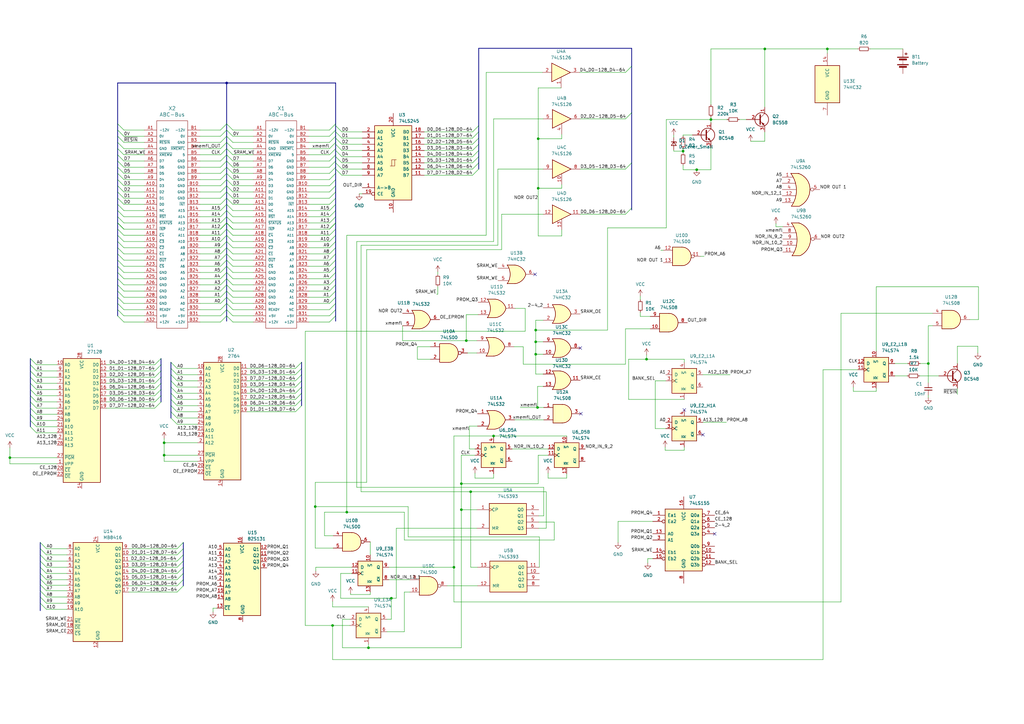
<source format=kicad_sch>
(kicad_sch (version 20230121) (generator eeschema)

  (uuid 1fe80e5b-6853-4540-b8de-9c1cdbc71886)

  (paper "A3")

  

  (junction (at 160.528 245.364) (diameter 0) (color 0 0 0 0)
    (uuid 083a0085-13c7-4879-bbc6-3e7f6a003d9c)
  )
  (junction (at 220.726 77.216) (diameter 0) (color 0 0 0 0)
    (uuid 17c54398-d9bd-471c-823b-f1e0c7976a79)
  )
  (junction (at 280.162 61.976) (diameter 0) (color 0 0 0 0)
    (uuid 19d150c0-3be4-4328-951c-4cc57f9bc27a)
  )
  (junction (at 151.13 265.684) (diameter 0) (color 0 0 0 0)
    (uuid 1e6fd41b-f533-4a99-bd91-dadef818be6e)
  )
  (junction (at 129.286 207.772) (diameter 0) (color 0 0 0 0)
    (uuid 216eb43b-857a-4b33-a98a-52d44c377991)
  )
  (junction (at 291.592 49.022) (diameter 0) (color 0 0 0 0)
    (uuid 257cef61-b184-4320-9dc1-16f40f370b46)
  )
  (junction (at 136.398 256.54) (diameter 0) (color 0 0 0 0)
    (uuid 3329aa7b-ce4c-4226-a32c-8878ec227235)
  )
  (junction (at 189.23 209.042) (diameter 0) (color 0 0 0 0)
    (uuid 33314958-3819-4d34-b5b9-f22a580ec9b4)
  )
  (junction (at 189.23 198.374) (diameter 0) (color 0 0 0 0)
    (uuid 3b1594c7-9f19-4299-8808-577339731381)
  )
  (junction (at 67.31 181.61) (diameter 0) (color 0 0 0 0)
    (uuid 3b36ae99-999b-4ef2-98d3-a89de6641b72)
  )
  (junction (at 380.746 149.098) (diameter 0) (color 0 0 0 0)
    (uuid 3e50b6b0-37fc-43b0-b637-dd04b23a8459)
  )
  (junction (at 219.71 140.208) (diameter 0) (color 0 0 0 0)
    (uuid 48e06f28-fa2e-404a-a44b-2adaccdd151a)
  )
  (junction (at 92.964 34.036) (diameter 0) (color 0 0 0 0)
    (uuid 492a6a70-6e7d-422c-a64d-1c8f0df935dd)
  )
  (junction (at 186.182 232.664) (diameter 0) (color 0 0 0 0)
    (uuid 5b7c04a5-ab1a-4874-a2be-fddb27209822)
  )
  (junction (at 193.04 201.676) (diameter 0) (color 0 0 0 0)
    (uuid 8c86044b-3c04-4d4e-b64a-9cf7007e580d)
  )
  (junction (at 265.176 147.32) (diameter 0) (color 0 0 0 0)
    (uuid 8e80f299-3fe9-4ded-93e0-c9a450467528)
  )
  (junction (at 220.472 167.132) (diameter 0) (color 0 0 0 0)
    (uuid 94566f0b-e37a-4ecc-a454-4c8d1d1a8108)
  )
  (junction (at 313.69 20.066) (diameter 0) (color 0 0 0 0)
    (uuid 9e3c81f2-434e-441e-b5bf-d8eaa1dd1d1a)
  )
  (junction (at 4.064 187.706) (diameter 0) (color 0 0 0 0)
    (uuid bccf581e-520b-449b-895b-116a0c963571)
  )
  (junction (at 339.344 20.066) (diameter 0) (color 0 0 0 0)
    (uuid d3cc2123-9686-45d8-babf-23bbd1464c6a)
  )
  (junction (at 191.262 139.7) (diameter 0) (color 0 0 0 0)
    (uuid d688639f-454f-4fae-91da-986359c12e45)
  )
  (junction (at 202.438 178.816) (diameter 0) (color 0 0 0 0)
    (uuid dfdfe3cf-a4dd-4304-97f5-0bc0c98da958)
  )
  (junction (at 219.71 145.288) (diameter 0) (color 0 0 0 0)
    (uuid ea4cd59a-d1b7-4612-8cf6-9feeec9faa27)
  )
  (junction (at 285.75 69.596) (diameter 0) (color 0 0 0 0)
    (uuid ec608603-0d0d-40a5-914d-05f902e033b1)
  )
  (junction (at 220.726 56.896) (diameter 0) (color 0 0 0 0)
    (uuid f051310c-6309-45b9-b28a-018e19c461a3)
  )
  (junction (at 219.71 135.382) (diameter 0) (color 0 0 0 0)
    (uuid f08b0c86-37d2-46d8-8bca-c0398c12cf33)
  )
  (junction (at 142.24 210.058) (diameter 0) (color 0 0 0 0)
    (uuid f729d6d2-e27d-48f1-8808-8d27fcea1b33)
  )
  (junction (at 67.31 186.69) (diameter 0) (color 0 0 0 0)
    (uuid fcdcc982-0a29-40b8-99f5-4e6a46306a79)
  )

  (no_connect (at 288.29 178.308) (uuid 615fc501-b435-48c7-8082-e0461a956443))
  (no_connect (at 280.67 168.148) (uuid 721193dd-6fb6-467c-a0e1-5cee5b782fec))
  (no_connect (at 237.998 142.748) (uuid 76d509ed-b152-4618-bec7-19e655866a9c))
  (no_connect (at 219.456 112.522) (uuid 8817e129-ed40-4735-9c5c-59f040d38a48))
  (no_connect (at 293.116 218.948) (uuid 8ea4d7b7-08d1-43b9-94c3-629059cd826a))
  (no_connect (at 238.252 169.672) (uuid dba34b95-96cf-4ae7-abe0-acfc19bd1637))

  (bus_entry (at 92.964 91.44) (size 2.54 2.54)
    (stroke (width 0) (type default))
    (uuid 00485251-7805-4fdd-9fe5-8a21388bb0de)
  )
  (bus_entry (at 48.26 114.3) (size 2.54 2.54)
    (stroke (width 0) (type default))
    (uuid 00970c4d-ac11-4178-810d-b25b944f259f)
  )
  (bus_entry (at 92.964 76.2) (size -2.54 2.54)
    (stroke (width 0) (type default))
    (uuid 024591ca-04d1-40a5-ba59-e8f1d2c95f5c)
  )
  (bus_entry (at 137.668 73.66) (size -2.54 2.54)
    (stroke (width 0) (type default))
    (uuid 03d08e0d-d5a0-42e2-ac71-65ef530bb2de)
  )
  (bus_entry (at 12.446 149.606) (size 2.54 2.54)
    (stroke (width 0) (type default))
    (uuid 0581ff5a-901e-4bea-ae02-73079f9d3277)
  )
  (bus_entry (at 92.964 99.06) (size -2.54 2.54)
    (stroke (width 0) (type default))
    (uuid 0622a24e-2279-4c10-b919-9a05f7ed734e)
  )
  (bus_entry (at 75.184 225.044) (size -2.54 2.54)
    (stroke (width 0) (type default))
    (uuid 06fb63aa-c0c8-45b6-8e1f-3851f2c3bfcd)
  )
  (bus_entry (at 48.26 91.44) (size 2.54 2.54)
    (stroke (width 0) (type default))
    (uuid 0780eada-d977-4412-a546-42f360b275b6)
  )
  (bus_entry (at 66.04 147.066) (size -2.54 2.54)
    (stroke (width 0) (type default))
    (uuid 09c63a05-536b-46fa-a7cc-7018800e4086)
  )
  (bus_entry (at 92.964 78.74) (size -2.54 2.54)
    (stroke (width 0) (type default))
    (uuid 0b056d9f-8df9-424a-8e16-aa6b1ebd14f6)
  )
  (bus_entry (at 137.668 78.74) (size -2.54 2.54)
    (stroke (width 0) (type default))
    (uuid 0ebaccf4-3860-418e-bf7a-c1953d96477f)
  )
  (bus_entry (at 48.26 63.5) (size 2.54 2.54)
    (stroke (width 0) (type default))
    (uuid 0efa25d1-97b2-4b16-afef-355a8227df06)
  )
  (bus_entry (at 123.698 153.67) (size -2.54 2.54)
    (stroke (width 0) (type default))
    (uuid 0ff4aea1-4e77-4e15-98b4-1cd6b641e647)
  )
  (bus_entry (at 137.668 106.68) (size -2.54 2.54)
    (stroke (width 0) (type default))
    (uuid 1011765d-bb98-4b36-9b21-75afbaa8d53c)
  )
  (bus_entry (at 92.964 111.76) (size -2.54 2.54)
    (stroke (width 0) (type default))
    (uuid 10d3ed89-6a19-4757-9559-41d781bda973)
  )
  (bus_entry (at 92.964 104.14) (size 2.54 2.54)
    (stroke (width 0) (type default))
    (uuid 10e6b49d-cbb5-4391-872e-1089badee338)
  )
  (bus_entry (at 70.104 168.91) (size 2.54 2.54)
    (stroke (width 0) (type default))
    (uuid 117d9d80-4def-4039-8e87-3790d1f6ddd7)
  )
  (bus_entry (at 92.964 60.96) (size 2.54 2.54)
    (stroke (width 0) (type default))
    (uuid 11e801a1-68c7-4793-85aa-1a781fe0c3d9)
  )
  (bus_entry (at 137.668 127) (size -2.54 2.54)
    (stroke (width 0) (type default))
    (uuid 14cee741-f971-4569-8cbc-7b5624ab7429)
  )
  (bus_entry (at 256.54 29.718) (size 2.54 -2.54)
    (stroke (width 0) (type default))
    (uuid 152865c9-8ed3-410e-a222-8367886d9dfb)
  )
  (bus_entry (at 256.54 87.884) (size 2.54 -2.54)
    (stroke (width 0) (type default))
    (uuid 15b6299f-2d8a-4ed4-9004-eb21644682b7)
  )
  (bus_entry (at 137.668 64.262) (size 2.54 2.54)
    (stroke (width 0) (type default))
    (uuid 16a1ce12-a446-4c17-a6bc-9d5ee6281324)
  )
  (bus_entry (at 92.964 109.22) (size 2.54 2.54)
    (stroke (width 0) (type default))
    (uuid 19dd9647-e648-409a-aa3e-7b56465a45b9)
  )
  (bus_entry (at 92.964 83.82) (size -2.54 2.54)
    (stroke (width 0) (type default))
    (uuid 1ac048cf-09ec-46dd-89a7-f7f0370d2c08)
  )
  (bus_entry (at 12.446 152.146) (size 2.54 2.54)
    (stroke (width 0) (type default))
    (uuid 1d947fbc-c8df-4510-b135-b754dc9dd2a7)
  )
  (bus_entry (at 92.964 66.04) (size 2.54 2.54)
    (stroke (width 0) (type default))
    (uuid 1df21f75-9fef-4229-933a-595fba479956)
  )
  (bus_entry (at 92.964 121.92) (size 2.54 2.54)
    (stroke (width 0) (type default))
    (uuid 202657b9-b5ba-4d22-97ee-50a4f951fca3)
  )
  (bus_entry (at 92.964 55.88) (size 2.54 2.54)
    (stroke (width 0) (type default))
    (uuid 209fa626-8ee5-4b05-bcd0-069b6faa3a00)
  )
  (bus_entry (at 92.964 88.9) (size -2.54 2.54)
    (stroke (width 0) (type default))
    (uuid 20d2d5a8-f2e8-4973-9483-62c57ce2d615)
  )
  (bus_entry (at 16.51 235.204) (size 2.54 2.54)
    (stroke (width 0) (type default))
    (uuid 2410d5ef-4767-4611-94c4-c7b4fa6124cb)
  )
  (bus_entry (at 137.668 101.6) (size -2.54 2.54)
    (stroke (width 0) (type default))
    (uuid 24149c4e-195e-4e2f-ade7-38d40653f89b)
  )
  (bus_entry (at 48.26 66.04) (size 2.54 2.54)
    (stroke (width 0) (type default))
    (uuid 249a46fb-595c-4716-8a11-6d5a94d25205)
  )
  (bus_entry (at 137.668 66.802) (size 2.54 2.54)
    (stroke (width 0) (type default))
    (uuid 24f6d23c-a7d0-40c1-9d44-6fd8eef8cdb6)
  )
  (bus_entry (at 137.668 69.342) (size 2.54 2.54)
    (stroke (width 0) (type default))
    (uuid 25cb046d-24eb-4213-ab73-f9de3f895d0b)
  )
  (bus_entry (at 66.04 154.686) (size -2.54 2.54)
    (stroke (width 0) (type default))
    (uuid 27306a72-67e4-441d-b808-97ca4f9745f2)
  )
  (bus_entry (at 92.964 114.3) (size -2.54 2.54)
    (stroke (width 0) (type default))
    (uuid 280243c0-3af9-4c7a-9718-552a6ebab0d7)
  )
  (bus_entry (at 92.964 63.5) (size 2.54 2.54)
    (stroke (width 0) (type default))
    (uuid 28106c80-793a-4c4a-80fb-4a87b98146dc)
  )
  (bus_entry (at 12.446 159.766) (size 2.54 2.54)
    (stroke (width 0) (type default))
    (uuid 286e7eb4-2b8f-433c-b353-1d45e20ff19e)
  )
  (bus_entry (at 12.446 175.006) (size 2.54 2.54)
    (stroke (width 0) (type default))
    (uuid 29a18c7c-546f-4387-92a4-06ab0e43892e)
  )
  (bus_entry (at 92.964 121.92) (size -2.54 2.54)
    (stroke (width 0) (type default))
    (uuid 29ceb423-1639-441a-82e0-97a444c6d10b)
  )
  (bus_entry (at 48.26 55.88) (size 2.54 2.54)
    (stroke (width 0) (type default))
    (uuid 2bfa4ecb-151d-4782-b445-b9bd9ba73db5)
  )
  (bus_entry (at 137.668 58.42) (size -2.54 2.54)
    (stroke (width 0) (type default))
    (uuid 2dcf0fd2-0d18-4fff-b5b4-5ba214878186)
  )
  (bus_entry (at 16.51 247.396) (size 2.54 2.54)
    (stroke (width 0) (type default))
    (uuid 2e7da94f-e22b-415f-aeba-5ed5dd52cd4c)
  )
  (bus_entry (at 137.668 114.3) (size -2.54 2.54)
    (stroke (width 0) (type default))
    (uuid 3046bc44-ca88-4a2a-b9b0-9d0183cb8593)
  )
  (bus_entry (at 12.446 167.386) (size 2.54 2.54)
    (stroke (width 0) (type default))
    (uuid 3063d7ce-ba57-41c5-893e-1282b1b671d0)
  )
  (bus_entry (at 137.668 56.642) (size 2.54 2.54)
    (stroke (width 0) (type default))
    (uuid 31501e8f-1528-4de0-9829-0c67c62d7607)
  )
  (bus_entry (at 12.446 172.466) (size 2.54 2.54)
    (stroke (width 0) (type default))
    (uuid 321b629d-b67f-43f1-ae1e-a30adc781263)
  )
  (bus_entry (at 48.26 68.58) (size 2.54 2.54)
    (stroke (width 0) (type default))
    (uuid 333eda34-c0d3-4912-8721-c8c7cbed818d)
  )
  (bus_entry (at 48.26 119.38) (size 2.54 2.54)
    (stroke (width 0) (type default))
    (uuid 33f87245-c97b-4f85-bcdd-6e2ac642e9bc)
  )
  (bus_entry (at 92.964 55.88) (size -2.54 2.54)
    (stroke (width 0) (type default))
    (uuid 35be44ee-4962-4e7f-8b6a-8258d6e5b11e)
  )
  (bus_entry (at 66.04 149.606) (size -2.54 2.54)
    (stroke (width 0) (type default))
    (uuid 35db8396-eb02-49cf-934d-65bf492e1f1a)
  )
  (bus_entry (at 12.446 169.926) (size 2.54 2.54)
    (stroke (width 0) (type default))
    (uuid 3872e11b-8a84-4d7d-8be7-856bbc8de274)
  )
  (bus_entry (at 137.668 54.102) (size 2.54 2.54)
    (stroke (width 0) (type default))
    (uuid 3a8f009f-fa11-458f-90d0-6a72a3bfd769)
  )
  (bus_entry (at 196.342 61.722) (size -2.54 2.54)
    (stroke (width 0) (type default))
    (uuid 3cf2a6b8-034f-46a0-be58-de05e879f03f)
  )
  (bus_entry (at 92.964 71.12) (size 2.54 2.54)
    (stroke (width 0) (type default))
    (uuid 3de19e06-57e8-4516-a646-8eb6f9a5805e)
  )
  (bus_entry (at 48.26 73.66) (size 2.54 2.54)
    (stroke (width 0) (type default))
    (uuid 3ffd3f79-e7cf-4ef2-ae4a-af95471d67c6)
  )
  (bus_entry (at 137.668 60.96) (size -2.54 2.54)
    (stroke (width 0) (type default))
    (uuid 40332f82-e8c4-43a7-bd8e-51398f3a94d9)
  )
  (bus_entry (at 92.964 71.12) (size -2.54 2.54)
    (stroke (width 0) (type default))
    (uuid 406c8876-e82b-4251-a23a-dbb1c01e59b1)
  )
  (bus_entry (at 48.26 91.44) (size 2.54 2.54)
    (stroke (width 0) (type default))
    (uuid 40f2eb4b-873d-43c3-be3b-eca881e34cf3)
  )
  (bus_entry (at 137.668 88.9) (size -2.54 2.54)
    (stroke (width 0) (type default))
    (uuid 432d308b-d900-4cbb-a95c-810ea976228c)
  )
  (bus_entry (at 16.51 222.504) (size 2.54 2.54)
    (stroke (width 0) (type default))
    (uuid 44a166f6-dae6-4a0e-84b5-48bbe6b880de)
  )
  (bus_entry (at 137.668 83.82) (size -2.54 2.54)
    (stroke (width 0) (type default))
    (uuid 453019ad-d965-449d-93bc-8ebeaee9e01f)
  )
  (bus_entry (at 137.668 71.12) (size -2.54 2.54)
    (stroke (width 0) (type default))
    (uuid 4b0b29bc-d68a-4fe3-8514-2bb25e3b5af7)
  )
  (bus_entry (at 70.104 151.13) (size 2.54 2.54)
    (stroke (width 0) (type default))
    (uuid 4da51867-6301-4395-93da-191735760f67)
  )
  (bus_entry (at 70.104 166.37) (size 2.54 2.54)
    (stroke (width 0) (type default))
    (uuid 4e27a7ea-c442-4b68-aab9-4f5b76093964)
  )
  (bus_entry (at 16.51 239.776) (size 2.54 2.54)
    (stroke (width 0) (type default))
    (uuid 4ea295e6-7d5b-42a2-8c59-d47c5aa08860)
  )
  (bus_entry (at 48.26 78.74) (size 2.54 2.54)
    (stroke (width 0) (type default))
    (uuid 4ee8fac0-2f0d-42e4-9756-8d6cf44f8092)
  )
  (bus_entry (at 48.26 96.52) (size 2.54 2.54)
    (stroke (width 0) (type default))
    (uuid 503fd952-84ed-4f79-97b0-315e616ac8be)
  )
  (bus_entry (at 92.964 119.38) (size -2.54 2.54)
    (stroke (width 0) (type default))
    (uuid 51478c2b-4b61-4bd1-8f17-b2b6edde99d2)
  )
  (bus_entry (at 12.446 162.306) (size 2.54 2.54)
    (stroke (width 0) (type default))
    (uuid 51c1cdfa-da98-4aa1-b936-3ca968ac724f)
  )
  (bus_entry (at 48.26 58.42) (size 2.54 2.54)
    (stroke (width 0) (type default))
    (uuid 51df976c-c60d-42ff-a09d-5eac43dd42f1)
  )
  (bus_entry (at 48.26 109.22) (size 2.54 2.54)
    (stroke (width 0) (type default))
    (uuid 54c7f117-b931-4828-9f14-6820bb1a1fbb)
  )
  (bus_entry (at 66.04 164.846) (size -2.54 2.54)
    (stroke (width 0) (type default))
    (uuid 557a7558-f7cd-4d82-ac87-347563dfb50b)
  )
  (bus_entry (at 48.26 71.12) (size 2.54 2.54)
    (stroke (width 0) (type default))
    (uuid 56194b22-3a66-4e30-8a5c-d1a9c80e6c76)
  )
  (bus_entry (at 92.964 93.98) (size -2.54 2.54)
    (stroke (width 0) (type default))
    (uuid 56b51a65-85e2-4cb8-ac70-2b17a19683ff)
  )
  (bus_entry (at 75.184 222.504) (size -2.54 2.54)
    (stroke (width 0) (type default))
    (uuid 5824722d-e47f-45fa-bd05-d6d02e22b01f)
  )
  (bus_entry (at 137.668 124.46) (size -2.54 2.54)
    (stroke (width 0) (type default))
    (uuid 5a78922c-2949-4d74-9e9e-1d5447985bbe)
  )
  (bus_entry (at 196.342 66.802) (size -2.54 2.54)
    (stroke (width 0) (type default))
    (uuid 5c8d00ee-f0c1-4eda-93be-1e500f4ebaba)
  )
  (bus_entry (at 92.964 99.06) (size 2.54 2.54)
    (stroke (width 0) (type default))
    (uuid 5e3cb4db-e74e-4418-a05f-fa3709f1a30f)
  )
  (bus_entry (at 48.26 116.84) (size 2.54 2.54)
    (stroke (width 0) (type default))
    (uuid 5eb31a6f-c6da-4439-9e0c-b60ba319da60)
  )
  (bus_entry (at 92.964 66.04) (size -2.54 2.54)
    (stroke (width 0) (type default))
    (uuid 5f07f4c3-954a-4745-96ac-5e69f885aefc)
  )
  (bus_entry (at 123.698 161.29) (size -2.54 2.54)
    (stroke (width 0) (type default))
    (uuid 5f425365-593a-4d8c-838a-6b475e42dc8c)
  )
  (bus_entry (at 137.668 116.84) (size -2.54 2.54)
    (stroke (width 0) (type default))
    (uuid 5f6dc6c0-78b1-45ed-8dbe-bd2cb57e81f2)
  )
  (bus_entry (at 12.446 157.226) (size 2.54 2.54)
    (stroke (width 0) (type default))
    (uuid 641fe215-e210-4dc9-9e9b-ddcdfcc613f5)
  )
  (bus_entry (at 16.51 244.856) (size 2.54 2.54)
    (stroke (width 0) (type default))
    (uuid 650647e8-c848-40e1-bc63-d4eaab478061)
  )
  (bus_entry (at 196.342 51.562) (size -2.54 2.54)
    (stroke (width 0) (type default))
    (uuid 655a37c3-d44c-425b-bc17-b2d157f195b0)
  )
  (bus_entry (at 48.26 104.14) (size 2.54 2.54)
    (stroke (width 0) (type default))
    (uuid 675feeab-93f8-456b-876d-369b6c5eec71)
  )
  (bus_entry (at 92.964 124.46) (size 2.54 2.54)
    (stroke (width 0) (type default))
    (uuid 680204c5-61c6-4193-a8ce-a71d36259af0)
  )
  (bus_entry (at 123.698 166.37) (size -2.54 2.54)
    (stroke (width 0) (type default))
    (uuid 6813655f-8f01-49c3-a89c-d88dec0e0145)
  )
  (bus_entry (at 66.04 157.226) (size -2.54 2.54)
    (stroke (width 0) (type default))
    (uuid 6933b56a-e7bf-4c7a-b284-8f266c4071cf)
  )
  (bus_entry (at 92.964 109.22) (size -2.54 2.54)
    (stroke (width 0) (type default))
    (uuid 69c7e5f3-0e25-4a73-aee4-cfee8beced52)
  )
  (bus_entry (at 137.668 91.44) (size -2.54 2.54)
    (stroke (width 0) (type default))
    (uuid 6da2453e-7d4c-499b-ad9b-004a859294e6)
  )
  (bus_entry (at 137.668 51.562) (size 2.54 2.54)
    (stroke (width 0) (type default))
    (uuid 6f3ad3a3-5019-4e21-8555-6652ac6a8e89)
  )
  (bus_entry (at 92.964 101.6) (size -2.54 2.54)
    (stroke (width 0) (type default))
    (uuid 70861b44-e278-4cc6-b413-3449f53f0375)
  )
  (bus_entry (at 92.964 127) (size -2.54 2.54)
    (stroke (width 0) (type default))
    (uuid 70b24869-6a5c-45ed-94a4-a1348b6cb151)
  )
  (bus_entry (at 196.342 59.182) (size -2.54 2.54)
    (stroke (width 0) (type default))
    (uuid 72e3cb9b-4a0e-4f36-a3b0-99729da474f3)
  )
  (bus_entry (at 48.26 93.98) (size 2.54 2.54)
    (stroke (width 0) (type default))
    (uuid 758ecc7a-39e6-4e08-b58e-cfc973603489)
  )
  (bus_entry (at 92.964 106.68) (size -2.54 2.54)
    (stroke (width 0) (type default))
    (uuid 79256b7e-a937-4876-8071-afb78b3f7105)
  )
  (bus_entry (at 92.964 106.68) (size 2.54 2.54)
    (stroke (width 0) (type default))
    (uuid 7972a393-69d1-47ca-8cba-5ba862efcbb3)
  )
  (bus_entry (at 92.964 129.54) (size 2.54 2.54)
    (stroke (width 0) (type default))
    (uuid 7a1cedd8-4cbc-4829-8378-b969bb0fe3b9)
  )
  (bus_entry (at 92.964 58.42) (size 2.54 2.54)
    (stroke (width 0) (type default))
    (uuid 7a29215e-a579-4039-abd8-41a198c214f0)
  )
  (bus_entry (at 48.26 121.92) (size 2.54 2.54)
    (stroke (width 0) (type default))
    (uuid 7b531614-3520-47b7-b3d1-1269fa0df56e)
  )
  (bus_entry (at 70.104 163.83) (size 2.54 2.54)
    (stroke (width 0) (type default))
    (uuid 7b7ce5dd-283d-4f66-b7f3-557d40982532)
  )
  (bus_entry (at 12.446 147.066) (size 2.54 2.54)
    (stroke (width 0) (type default))
    (uuid 7edd3edf-6791-4ff5-9d77-8bbe00f388bc)
  )
  (bus_entry (at 137.668 104.14) (size -2.54 2.54)
    (stroke (width 0) (type default))
    (uuid 8151bf7e-b741-4fc5-a2cf-cf6f916da14d)
  )
  (bus_entry (at 92.964 83.82) (size 2.54 2.54)
    (stroke (width 0) (type default))
    (uuid 82074177-6800-4a02-acaa-c67aa5cd741f)
  )
  (bus_entry (at 123.698 156.21) (size -2.54 2.54)
    (stroke (width 0) (type default))
    (uuid 822e0328-edfe-4800-84d1-51f738043f65)
  )
  (bus_entry (at 92.964 124.46) (size -2.54 2.54)
    (stroke (width 0) (type default))
    (uuid 8278d704-96a5-460d-82a5-ece6fdf71085)
  )
  (bus_entry (at 137.668 86.36) (size -2.54 2.54)
    (stroke (width 0) (type default))
    (uuid 85fe31a6-0f57-4ad1-9f37-8ca8c151f041)
  )
  (bus_entry (at 48.26 88.9) (size 2.54 2.54)
    (stroke (width 0) (type default))
    (uuid 866cba33-9650-4ceb-918f-83ea3c2d673e)
  )
  (bus_entry (at 16.51 237.49) (size 2.54 2.54)
    (stroke (width 0) (type default))
    (uuid 8704fa1d-391f-4f43-b5ae-046298118dd1)
  )
  (bus_entry (at 92.964 96.52) (size 2.54 2.54)
    (stroke (width 0) (type default))
    (uuid 88dd2bff-b1ca-4bb2-9967-d966b530723a)
  )
  (bus_entry (at 92.964 73.66) (size 2.54 2.54)
    (stroke (width 0) (type default))
    (uuid 8b1d9437-652c-4b9b-99be-91ce60760eba)
  )
  (bus_entry (at 75.184 240.284) (size -2.54 2.54)
    (stroke (width 0) (type default))
    (uuid 8bda88ae-5e0f-44d8-a5b2-64c8c4fb30e1)
  )
  (bus_entry (at 66.04 159.766) (size -2.54 2.54)
    (stroke (width 0) (type default))
    (uuid 8dfc492e-3236-43df-bb7a-56ea3e981626)
  )
  (bus_entry (at 70.104 161.29) (size 2.54 2.54)
    (stroke (width 0) (type default))
    (uuid 8e961da6-1f55-415c-b0d2-796190d12504)
  )
  (bus_entry (at 137.668 59.182) (size 2.54 2.54)
    (stroke (width 0) (type default))
    (uuid 903a8251-4ea6-499f-8f1a-1ab7295882ab)
  )
  (bus_entry (at 75.184 232.664) (size -2.54 2.54)
    (stroke (width 0) (type default))
    (uuid 931226dc-ed4c-46bb-9e9c-826db0b4d98e)
  )
  (bus_entry (at 16.51 227.584) (size 2.54 2.54)
    (stroke (width 0) (type default))
    (uuid 9331b0c3-8167-4d12-9035-19d4d8ca9937)
  )
  (bus_entry (at 70.104 171.45) (size 2.54 2.54)
    (stroke (width 0) (type default))
    (uuid 95f86eb5-fef2-4c11-beef-62870f26cbdd)
  )
  (bus_entry (at 92.964 93.98) (size 2.54 2.54)
    (stroke (width 0) (type default))
    (uuid 980a6ed3-e184-4e86-b1fd-29cefbb08d3b)
  )
  (bus_entry (at 137.668 66.04) (size -2.54 2.54)
    (stroke (width 0) (type default))
    (uuid 9b05e0de-181b-47b8-8926-4f89b53baa31)
  )
  (bus_entry (at 92.964 127) (size 2.54 2.54)
    (stroke (width 0) (type default))
    (uuid 9b8451bc-f0ba-4967-8838-58c42d9f64d6)
  )
  (bus_entry (at 137.668 119.38) (size -2.54 2.54)
    (stroke (width 0) (type default))
    (uuid 9c877e84-bd8e-4e98-83f2-9e135b7a8cfd)
  )
  (bus_entry (at 16.51 230.124) (size 2.54 2.54)
    (stroke (width 0) (type default))
    (uuid 9d0a3f09-a8e2-4d17-837c-a7ba967bb354)
  )
  (bus_entry (at 123.698 148.59) (size -2.54 2.54)
    (stroke (width 0) (type default))
    (uuid 9eb198a8-317b-44d8-b8cb-bd2d1639d7dc)
  )
  (bus_entry (at 70.104 148.59) (size 2.54 2.54)
    (stroke (width 0) (type default))
    (uuid 9ef9469c-8076-4dac-85ca-81c4485953b2)
  )
  (bus_entry (at 92.964 86.36) (size 2.54 2.54)
    (stroke (width 0) (type default))
    (uuid 9f2a5e5c-1902-4441-9d3f-64f3577699bd)
  )
  (bus_entry (at 137.668 93.98) (size -2.54 2.54)
    (stroke (width 0) (type default))
    (uuid a0ab399d-8cd0-43b9-8372-ec68c77708c4)
  )
  (bus_entry (at 137.668 96.52) (size -2.54 2.54)
    (stroke (width 0) (type default))
    (uuid a3253bab-b4a9-4776-a8e9-29fd09129348)
  )
  (bus_entry (at 92.964 68.58) (size -2.54 2.54)
    (stroke (width 0) (type default))
    (uuid a4a9b17a-301d-49a5-9c19-2dfc5bc12d44)
  )
  (bus_entry (at 92.964 68.58) (size 2.54 2.54)
    (stroke (width 0) (type default))
    (uuid a5e8e825-beb6-4045-abba-707ad09d9184)
  )
  (bus_entry (at 48.26 76.2) (size 2.54 2.54)
    (stroke (width 0) (type default))
    (uuid a6ee56b6-24b1-47ff-a8cd-b0b16697eb2b)
  )
  (bus_entry (at 137.668 109.22) (size -2.54 2.54)
    (stroke (width 0) (type default))
    (uuid aab4b424-1bb1-4457-b50d-9105542483c3)
  )
  (bus_entry (at 137.668 91.44) (size -2.54 2.54)
    (stroke (width 0) (type default))
    (uuid ace14061-88ef-46fb-8981-43322a66f0ae)
  )
  (bus_entry (at 48.26 127) (size 2.54 2.54)
    (stroke (width 0) (type default))
    (uuid adfb7293-f1fd-4349-b11e-9597dfab4207)
  )
  (bus_entry (at 137.668 76.2) (size -2.54 2.54)
    (stroke (width 0) (type default))
    (uuid af6e3056-1110-4f98-8e56-da5e57a82465)
  )
  (bus_entry (at 48.26 124.46) (size 2.54 2.54)
    (stroke (width 0) (type default))
    (uuid b05262ec-0b97-41db-b0a5-c2e00dde177e)
  )
  (bus_entry (at 16.51 225.044) (size 2.54 2.54)
    (stroke (width 0) (type default))
    (uuid b4252cf2-ae35-479d-99f3-c097e7c3cb2c)
  )
  (bus_entry (at 256.54 69.342) (size 2.54 -2.54)
    (stroke (width 0) (type default))
    (uuid b4416df6-5f08-41ad-a64a-78ccedc3afe2)
  )
  (bus_entry (at 75.184 227.584) (size -2.54 2.54)
    (stroke (width 0) (type default))
    (uuid b45065a3-dee2-4173-bbdd-bbb59069fcd0)
  )
  (bus_entry (at 196.342 56.642) (size -2.54 2.54)
    (stroke (width 0) (type default))
    (uuid b62a7751-6368-45ff-baed-2160794b92b1)
  )
  (bus_entry (at 75.184 237.744) (size -2.54 2.54)
    (stroke (width 0) (type default))
    (uuid b6b85b82-f9b8-4423-adef-b4cad5f3e33a)
  )
  (bus_entry (at 70.104 156.21) (size 2.54 2.54)
    (stroke (width 0) (type default))
    (uuid bad8e25a-e115-4e89-b53e-e208fe465c02)
  )
  (bus_entry (at 92.964 81.28) (size -2.54 2.54)
    (stroke (width 0) (type default))
    (uuid bb2ecb53-7509-46c2-a08a-9d8f1dca808d)
  )
  (bus_entry (at 137.668 129.54) (size -2.54 2.54)
    (stroke (width 0) (type default))
    (uuid bb558bc0-a66d-4e97-9871-c45050903bb0)
  )
  (bus_entry (at 92.964 116.84) (size 2.54 2.54)
    (stroke (width 0) (type default))
    (uuid bc212751-dccf-4c7d-96fb-a5370a4b696c)
  )
  (bus_entry (at 66.04 162.306) (size -2.54 2.54)
    (stroke (width 0) (type default))
    (uuid bedc59dc-2f3c-44ee-ad6c-c7a316df6975)
  )
  (bus_entry (at 48.26 101.6) (size 2.54 2.54)
    (stroke (width 0) (type default))
    (uuid bf2c1603-ad4d-4388-aaff-9fa1e83165fa)
  )
  (bus_entry (at 123.698 158.75) (size -2.54 2.54)
    (stroke (width 0) (type default))
    (uuid c08ffb9f-459b-4576-a42d-ea0a154f74ea)
  )
  (bus_entry (at 48.26 83.82) (size 2.54 2.54)
    (stroke (width 0) (type default))
    (uuid c1028181-691f-4c05-a014-ac29bc61bc30)
  )
  (bus_entry (at 196.342 69.342) (size -2.54 2.54)
    (stroke (width 0) (type default))
    (uuid c179defa-35d3-4650-a794-ffe4c1fd0af8)
  )
  (bus_entry (at 92.964 58.42) (size -2.54 2.54)
    (stroke (width 0) (type default))
    (uuid c27ee0b1-4fe7-4dcd-9dc3-4681d59ffc2c)
  )
  (bus_entry (at 48.26 106.68) (size 2.54 2.54)
    (stroke (width 0) (type default))
    (uuid c44b238a-1182-46d4-81d4-af9358dcab81)
  )
  (bus_entry (at 12.446 154.686) (size 2.54 2.54)
    (stroke (width 0) (type default))
    (uuid c4a7816b-47eb-4771-bb50-81970f04fd5a)
  )
  (bus_entry (at 92.964 91.44) (size -2.54 2.54)
    (stroke (width 0) (type default))
    (uuid c4c1e666-415b-4be3-b14b-a3ce0f9ec457)
  )
  (bus_entry (at 48.26 99.06) (size 2.54 2.54)
    (stroke (width 0) (type default))
    (uuid c564d1c0-33f3-42bf-86d4-ebbe552b78d2)
  )
  (bus_entry (at 48.26 53.34) (size 2.54 2.54)
    (stroke (width 0) (type default))
    (uuid c5bfa45b-f67e-4c7f-abfc-a560ac8668ab)
  )
  (bus_entry (at 196.342 64.262) (size -2.54 2.54)
    (stroke (width 0) (type default))
    (uuid c5d49e65-a07f-4f72-bed9-085782069521)
  )
  (bus_entry (at 137.668 99.06) (size -2.54 2.54)
    (stroke (width 0) (type default))
    (uuid c77d3ac4-bb51-4b50-9998-8d214dcf6402)
  )
  (bus_entry (at 48.26 50.8) (size 2.54 2.54)
    (stroke (width 0) (type default))
    (uuid c7e02c31-8ab8-4b45-ab89-4289fc2d3c28)
  )
  (bus_entry (at 92.964 53.34) (size 2.54 2.54)
    (stroke (width 0) (type default))
    (uuid caafd1cb-9663-450e-97fd-3def1217742c)
  )
  (bus_entry (at 123.698 163.83) (size -2.54 2.54)
    (stroke (width 0) (type default))
    (uuid cb1cb960-eba0-4a9c-aa2d-9ed532c06c93)
  )
  (bus_entry (at 92.964 91.44) (size 2.54 2.54)
    (stroke (width 0) (type default))
    (uuid cc03939e-97dc-48c4-b49d-6663d52ed797)
  )
  (bus_entry (at 92.964 101.6) (size 2.54 2.54)
    (stroke (width 0) (type default))
    (uuid cca0d501-0845-4e3d-98ca-68972496543c)
  )
  (bus_entry (at 137.668 81.28) (size -2.54 2.54)
    (stroke (width 0) (type default))
    (uuid cd74a372-cf9b-48b2-9bd6-49d6e67df3d0)
  )
  (bus_entry (at 137.668 50.8) (size -2.54 2.54)
    (stroke (width 0) (type default))
    (uuid cdb0b090-467a-450a-9b96-8601b365a775)
  )
  (bus_entry (at 70.104 153.67) (size 2.54 2.54)
    (stroke (width 0) (type default))
    (uuid cf32ca7e-2399-4bc8-a2d8-973610f21da0)
  )
  (bus_entry (at 137.668 55.88) (size -2.54 2.54)
    (stroke (width 0) (type default))
    (uuid d07e86d5-a055-45bd-b32f-b66e18d9269e)
  )
  (bus_entry (at 92.964 63.5) (size -2.54 2.54)
    (stroke (width 0) (type default))
    (uuid d38af1dc-64a3-42eb-b6ee-3ea376448beb)
  )
  (bus_entry (at 92.964 119.38) (size 2.54 2.54)
    (stroke (width 0) (type default))
    (uuid d3b4d563-f69c-4b14-a249-71aca0f144da)
  )
  (bus_entry (at 48.26 86.36) (size 2.54 2.54)
    (stroke (width 0) (type default))
    (uuid d49aa59a-6b31-4b5b-b539-f4828fed52ec)
  )
  (bus_entry (at 70.104 158.75) (size 2.54 2.54)
    (stroke (width 0) (type default))
    (uuid d500e36a-7dd2-47e7-a4a9-20ecce490700)
  )
  (bus_entry (at 92.964 88.9) (size 2.54 2.54)
    (stroke (width 0) (type default))
    (uuid d65ba250-7eca-4ee2-8230-d6928f2f62e8)
  )
  (bus_entry (at 256.54 48.768) (size 2.54 -2.54)
    (stroke (width 0) (type default))
    (uuid d7634cd4-144f-4aa0-ad6f-f2f8a2c8492d)
  )
  (bus_entry (at 92.964 91.44) (size -2.54 2.54)
    (stroke (width 0) (type default))
    (uuid d95bcd29-6a86-4ce7-9bfc-8bd2883f938b)
  )
  (bus_entry (at 92.964 50.8) (size -2.54 2.54)
    (stroke (width 0) (type default))
    (uuid d963bfe3-6550-437f-9595-e9136d746d63)
  )
  (bus_entry (at 137.668 61.722) (size 2.54 2.54)
    (stroke (width 0) (type default))
    (uuid dadf92bb-27b7-4efc-a7fc-13a848e3ce39)
  )
  (bus_entry (at 137.668 111.76) (size -2.54 2.54)
    (stroke (width 0) (type default))
    (uuid dcdc86a4-037b-4841-aae5-b1f8eef791b3)
  )
  (bus_entry (at 92.964 86.36) (size -2.54 2.54)
    (stroke (width 0) (type default))
    (uuid dd8e681d-ccb9-41cc-b068-6ec97745c86b)
  )
  (bus_entry (at 92.964 60.96) (size -2.54 2.54)
    (stroke (width 0) (type default))
    (uuid e1146f10-cd1c-44c3-8069-c258c6dafde9)
  )
  (bus_entry (at 48.26 111.76) (size 2.54 2.54)
    (stroke (width 0) (type default))
    (uuid e1d54f58-3e83-4020-92c6-d23cc97e03fd)
  )
  (bus_entry (at 66.04 152.146) (size -2.54 2.54)
    (stroke (width 0) (type default))
    (uuid e21b3ac6-3ed7-4033-89ed-2a284ec2b935)
  )
  (bus_entry (at 75.184 235.204) (size -2.54 2.54)
    (stroke (width 0) (type default))
    (uuid e41134e3-7ea1-4b50-bb8a-e3b66533058a)
  )
  (bus_entry (at 48.26 60.96) (size 2.54 2.54)
    (stroke (width 0) (type default))
    (uuid e47582b3-e400-4abc-827b-068c64854a9f)
  )
  (bus_entry (at 137.668 121.92) (size -2.54 2.54)
    (stroke (width 0) (type default))
    (uuid e506eb62-4a38-4189-9892-1a98c16c5e92)
  )
  (bus_entry (at 92.964 81.28) (size 2.54 2.54)
    (stroke (width 0) (type default))
    (uuid e74d3176-9f4f-40dc-ac14-0240920e3cdf)
  )
  (bus_entry (at 12.446 164.846) (size 2.54 2.54)
    (stroke (width 0) (type default))
    (uuid ea926186-5517-464b-aba2-958897be7376)
  )
  (bus_entry (at 137.668 63.5) (size -2.54 2.54)
    (stroke (width 0) (type default))
    (uuid ed0c06ee-ddf4-4bcd-9d32-3b68a29f793e)
  )
  (bus_entry (at 16.51 242.316) (size 2.54 2.54)
    (stroke (width 0) (type default))
    (uuid eecbd5d6-ad4b-4643-80a2-442ac480a58b)
  )
  (bus_entry (at 92.964 73.66) (size -2.54 2.54)
    (stroke (width 0) (type default))
    (uuid ef011055-8d2a-4400-a1ce-2367d04a0749)
  )
  (bus_entry (at 92.964 76.2) (size 2.54 2.54)
    (stroke (width 0) (type default))
    (uuid efd0243c-d486-45b4-8275-52834ab2c263)
  )
  (bus_entry (at 16.51 232.664) (size 2.54 2.54)
    (stroke (width 0) (type default))
    (uuid f11086d4-f1b7-4a55-85c2-da8aab0d1ef5)
  )
  (bus_entry (at 92.964 116.84) (size -2.54 2.54)
    (stroke (width 0) (type default))
    (uuid f134749a-e9e1-4a74-8b3b-391ed5c6317b)
  )
  (bus_entry (at 123.698 151.13) (size -2.54 2.54)
    (stroke (width 0) (type default))
    (uuid f154be28-5ba3-42ac-9c43-a811f6141131)
  )
  (bus_entry (at 92.964 78.74) (size 2.54 2.54)
    (stroke (width 0) (type default))
    (uuid f18682a1-c4c4-4df6-b107-36e13d82878e)
  )
  (bus_entry (at 92.964 96.52) (size -2.54 2.54)
    (stroke (width 0) (type default))
    (uuid f1b9a249-b05e-43cd-8764-9b7313953b21)
  )
  (bus_entry (at 92.964 111.76) (size 2.54 2.54)
    (stroke (width 0) (type default))
    (uuid f241b18d-2b00-4983-800a-d4078e3f3df9)
  )
  (bus_entry (at 92.964 129.54) (size -2.54 2.54)
    (stroke (width 0) (type default))
    (uuid f2baf8eb-0ea9-40e1-94ea-6690cebcdb99)
  )
  (bus_entry (at 48.26 129.54) (size 2.54 2.54)
    (stroke (width 0) (type default))
    (uuid f33aed1c-4363-4b0c-85ca-86274849d410)
  )
  (bus_entry (at 196.342 54.102) (size -2.54 2.54)
    (stroke (width 0) (type default))
    (uuid f5794b4b-39f2-4bc8-b302-07bd6bb24389)
  )
  (bus_entry (at 92.964 53.34) (size -2.54 2.54)
    (stroke (width 0) (type default))
    (uuid f7602330-4bca-453b-b2c5-c8e3e008f1f2)
  )
  (bus_entry (at 92.964 114.3) (size 2.54 2.54)
    (stroke (width 0) (type default))
    (uuid f7df53fc-46df-4041-bcbf-b37ef9c00425)
  )
  (bus_entry (at 137.668 68.58) (size -2.54 2.54)
    (stroke (width 0) (type default))
    (uuid f827b4ae-53a7-41f9-9619-8e1fe864b2d5)
  )
  (bus_entry (at 92.964 104.14) (size -2.54 2.54)
    (stroke (width 0) (type default))
    (uuid f9aa6343-a09e-4d8f-8e56-2185e4985a8a)
  )
  (bus_entry (at 75.184 230.124) (size -2.54 2.54)
    (stroke (width 0) (type default))
    (uuid fa8a72fd-cf85-46b1-aafe-ce3ed2408f86)
  )
  (bus_entry (at 92.964 50.8) (size 2.54 2.54)
    (stroke (width 0) (type default))
    (uuid fb5725fc-7f57-4b34-a8fc-6d3922b779a7)
  )
  (bus_entry (at 48.26 81.28) (size 2.54 2.54)
    (stroke (width 0) (type default))
    (uuid fc081622-d331-47a6-afc5-1e410b9e8427)
  )
  (bus_entry (at 137.668 53.34) (size -2.54 2.54)
    (stroke (width 0) (type default))
    (uuid fe249b8c-9210-4406-90bf-be9a2008a7c7)
  )

  (bus (pts (xy 92.964 106.68) (xy 92.964 109.22))
    (stroke (width 0) (type default))
    (uuid 00523979-7907-413d-a0bb-c90e6af46742)
  )
  (bus (pts (xy 92.964 99.06) (xy 92.964 101.6))
    (stroke (width 0) (type default))
    (uuid 0148f7af-b26b-40d9-84db-ff69261e97d8)
  )
  (bus (pts (xy 137.668 63.5) (xy 137.668 64.262))
    (stroke (width 0) (type default))
    (uuid 02262be3-e3a3-45db-9bf1-29a34474c737)
  )
  (bus (pts (xy 92.964 86.36) (xy 92.964 88.9))
    (stroke (width 0) (type default))
    (uuid 03533c5c-3d06-43f4-9343-7125eafe6d4f)
  )
  (bus (pts (xy 70.104 168.91) (xy 70.104 171.45))
    (stroke (width 0) (type default))
    (uuid 03e1f534-0fa4-4042-92a3-aff2fa5e6b56)
  )

  (wire (pts (xy 140.462 254) (xy 140.462 265.684))
    (stroke (width 0) (type default))
    (uuid 04720aa8-5b09-467b-a7e2-fa990e3dfad3)
  )
  (wire (pts (xy 262.636 121.412) (xy 262.636 122.936))
    (stroke (width 0) (type default))
    (uuid 04b4a5a8-3145-4d9b-991f-2644852dd4ab)
  )
  (wire (pts (xy 186.182 232.664) (xy 186.182 246.888))
    (stroke (width 0) (type default))
    (uuid 04b60d2d-279a-4533-ae39-88305f3b3700)
  )
  (bus (pts (xy 92.964 68.58) (xy 92.964 71.12))
    (stroke (width 0) (type default))
    (uuid 04faaf5a-1662-4bc4-88a5-e11f5d36da32)
  )
  (bus (pts (xy 48.26 96.52) (xy 48.26 99.06))
    (stroke (width 0) (type default))
    (uuid 05d175ae-8c19-4011-aaa0-fe41fb3f43fb)
  )

  (wire (pts (xy 14.986 172.466) (xy 23.368 172.466))
    (stroke (width 0) (type default))
    (uuid 05db738b-0d17-4137-9bf6-9d8b0a8928a0)
  )
  (wire (pts (xy 43.688 159.766) (xy 63.5 159.766))
    (stroke (width 0) (type default))
    (uuid 05fd0def-e0dc-488f-98c5-5c53ae6ee5a3)
  )
  (wire (pts (xy 143.764 243.84) (xy 151.892 243.84))
    (stroke (width 0) (type default))
    (uuid 063a20f9-469b-46e6-827e-34f5b1ec06b2)
  )
  (wire (pts (xy 43.688 152.146) (xy 63.5 152.146))
    (stroke (width 0) (type default))
    (uuid 06652f7c-081d-4c53-93a4-0082c4163b59)
  )
  (wire (pts (xy 72.644 153.67) (xy 81.026 153.67))
    (stroke (width 0) (type default))
    (uuid 06ab3e47-04fd-49c6-901c-e29de0e746be)
  )
  (wire (pts (xy 43.688 154.686) (xy 63.5 154.686))
    (stroke (width 0) (type default))
    (uuid 06e22652-584d-4d1b-a10f-381b82319bd8)
  )
  (wire (pts (xy 377.19 154.178) (xy 385.064 154.178))
    (stroke (width 0) (type default))
    (uuid 07601b65-7fe6-4f19-90fa-d86ba5f45479)
  )
  (bus (pts (xy 123.698 151.13) (xy 123.698 153.67))
    (stroke (width 0) (type default))
    (uuid 07711cf3-9c14-4fed-9bd2-f001a8dec355)
  )

  (wire (pts (xy 50.8 83.82) (xy 59.182 83.82))
    (stroke (width 0) (type default))
    (uuid 07d631b0-1278-4d0f-aaeb-e8d0b56e16e4)
  )
  (wire (pts (xy 52.832 230.124) (xy 72.644 230.124))
    (stroke (width 0) (type default))
    (uuid 083b8f83-acc6-48fb-8431-787d4f03f742)
  )
  (wire (pts (xy 192.532 174.752) (xy 192.532 184.15))
    (stroke (width 0) (type default))
    (uuid 09455ede-ca3c-49a8-8ef0-957847dc0107)
  )
  (wire (pts (xy 199.39 96.52) (xy 142.24 96.52))
    (stroke (width 0) (type default))
    (uuid 09499624-975e-47d0-b070-c46ce68c8e37)
  )
  (wire (pts (xy 95.504 109.22) (xy 103.886 109.22))
    (stroke (width 0) (type default))
    (uuid 0985ccba-8ba7-4f4c-af7c-d725a2a741cd)
  )
  (wire (pts (xy 173.99 56.642) (xy 193.802 56.642))
    (stroke (width 0) (type default))
    (uuid 098fd0eb-9507-4884-a670-8b563f450d61)
  )
  (wire (pts (xy 19.05 240.03) (xy 27.432 240.03))
    (stroke (width 0) (type default))
    (uuid 09fb8269-9cfc-479d-adbf-f421e4b76663)
  )
  (bus (pts (xy 16.51 247.396) (xy 16.51 250.444))
    (stroke (width 0) (type default))
    (uuid 0a4d67f5-2a89-4ea9-9561-4b5d6c87071f)
  )

  (wire (pts (xy 195.834 232.664) (xy 193.04 232.664))
    (stroke (width 0) (type default))
    (uuid 0a7d92ce-190a-4eb3-950c-2e2eb05d6b89)
  )
  (bus (pts (xy 48.26 93.98) (xy 48.26 96.52))
    (stroke (width 0) (type default))
    (uuid 0a8335d9-60a2-4418-aff5-503e51130fc4)
  )

  (wire (pts (xy 135.128 111.76) (xy 126.746 111.76))
    (stroke (width 0) (type default))
    (uuid 0bf24e17-bd65-48e7-85fc-4cc1fedd9a9c)
  )
  (wire (pts (xy 135.128 127) (xy 126.746 127))
    (stroke (width 0) (type default))
    (uuid 0c5fe9ba-1590-472c-a4c1-be2350bef412)
  )
  (wire (pts (xy 380.746 162.052) (xy 380.746 163.068))
    (stroke (width 0) (type default))
    (uuid 0c73c98e-562a-4dfe-a446-2c44ee54e6db)
  )
  (wire (pts (xy 95.504 66.04) (xy 103.886 66.04))
    (stroke (width 0) (type default))
    (uuid 0d934e27-93bc-4e7e-aa02-ed43a1136f4d)
  )
  (bus (pts (xy 16.51 242.824) (xy 16.51 244.856))
    (stroke (width 0) (type default))
    (uuid 0e0b1ba1-51e1-48f4-816b-8078c382396c)
  )

  (wire (pts (xy 165.1 133.604) (xy 165.1 139.7))
    (stroke (width 0) (type default))
    (uuid 0e637ce0-f0f0-4f98-b726-5896546dc1cd)
  )
  (wire (pts (xy 224.79 196.088) (xy 232.41 196.088))
    (stroke (width 0) (type default))
    (uuid 0f0fb43b-5ad1-407d-877d-671561034c97)
  )
  (wire (pts (xy 50.8 116.84) (xy 59.182 116.84))
    (stroke (width 0) (type default))
    (uuid 0f32b8f3-72a9-4d34-8549-34f1484c7bde)
  )
  (wire (pts (xy 268.732 156.21) (xy 268.732 175.768))
    (stroke (width 0) (type default))
    (uuid 0f8d1ac1-50fb-4962-bed6-536488ba216d)
  )
  (wire (pts (xy 50.8 106.68) (xy 59.182 106.68))
    (stroke (width 0) (type default))
    (uuid 0f960972-d95b-4b1a-a2b2-2e5857188a2d)
  )
  (wire (pts (xy 265.684 229.108) (xy 267.716 229.108))
    (stroke (width 0) (type default))
    (uuid 100ef6cc-38c1-42c6-be45-67855e9a4551)
  )
  (wire (pts (xy 214.63 149.352) (xy 256.54 149.352))
    (stroke (width 0) (type default))
    (uuid 10b6af69-316f-4040-b80f-53dffe9cbeb2)
  )
  (wire (pts (xy 220.726 56.896) (xy 220.726 77.216))
    (stroke (width 0) (type default))
    (uuid 115b45c4-d439-45e7-9e64-62d720bb6a18)
  )
  (wire (pts (xy 401.32 117.602) (xy 359.41 117.602))
    (stroke (width 0) (type default))
    (uuid 11b34ad3-b616-45a8-a6bb-6bae151c2059)
  )
  (bus (pts (xy 137.668 121.92) (xy 137.668 124.46))
    (stroke (width 0) (type default))
    (uuid 11f87cc5-f0a8-4dd3-aeb5-cb5fd9d44957)
  )

  (wire (pts (xy 186.182 178.816) (xy 186.182 232.664))
    (stroke (width 0) (type default))
    (uuid 1233abf3-58db-4ac5-a425-9705b692f0d9)
  )
  (wire (pts (xy 147.32 79.502) (xy 148.59 79.502))
    (stroke (width 0) (type default))
    (uuid 1289c48a-9786-4e5c-a2ac-b5dfa150d1e9)
  )
  (wire (pts (xy 135.128 78.74) (xy 126.746 78.74))
    (stroke (width 0) (type default))
    (uuid 12928775-810f-4bca-91ec-a0a978dc6fc1)
  )
  (wire (pts (xy 90.424 78.74) (xy 82.042 78.74))
    (stroke (width 0) (type default))
    (uuid 1302cf47-995e-48cf-8e71-27b1fc4a3c63)
  )
  (bus (pts (xy 137.668 106.68) (xy 137.668 109.22))
    (stroke (width 0) (type default))
    (uuid 134641c0-34fe-45c8-af0a-d91943b99532)
  )

  (wire (pts (xy 14.986 177.546) (xy 23.368 177.546))
    (stroke (width 0) (type default))
    (uuid 136a2171-7f74-41de-aee4-82de262644b5)
  )
  (wire (pts (xy 215.392 126.492) (xy 215.392 135.89))
    (stroke (width 0) (type default))
    (uuid 13831bcf-f2a2-469b-ae07-4ab58d3b7250)
  )
  (wire (pts (xy 205.74 87.884) (xy 205.74 102.362))
    (stroke (width 0) (type default))
    (uuid 13fb7746-35b6-42fd-a164-f8ee385126c8)
  )
  (wire (pts (xy 280.162 60.96) (xy 280.162 61.976))
    (stroke (width 0) (type default))
    (uuid 1415ba69-6956-4a8c-a020-a70cbe52cb01)
  )
  (bus (pts (xy 137.668 51.562) (xy 137.668 53.34))
    (stroke (width 0) (type default))
    (uuid 147bf702-fbdc-4e5e-b4ec-6dcc3851f794)
  )
  (bus (pts (xy 92.964 96.52) (xy 92.964 99.06))
    (stroke (width 0) (type default))
    (uuid 14f0cad9-5f3c-4b03-b0c7-023a707c2ec9)
  )
  (bus (pts (xy 48.26 50.8) (xy 48.26 53.34))
    (stroke (width 0) (type default))
    (uuid 167432c0-073f-4f82-a6ae-90b87a68b6ec)
  )

  (wire (pts (xy 72.644 173.99) (xy 81.026 173.99))
    (stroke (width 0) (type default))
    (uuid 174e95d0-3332-4847-96fc-154a0c68c438)
  )
  (bus (pts (xy 137.668 116.84) (xy 137.668 119.38))
    (stroke (width 0) (type default))
    (uuid 177c655e-d43c-4e85-9923-c65af6c0dfe0)
  )

  (wire (pts (xy 101.346 161.29) (xy 121.158 161.29))
    (stroke (width 0) (type default))
    (uuid 17a7ecb8-a05d-4731-bb5d-48ce5f5db283)
  )
  (wire (pts (xy 189.23 186.69) (xy 189.23 198.374))
    (stroke (width 0) (type default))
    (uuid 185bf065-d5eb-4540-9ef8-757fd52b6755)
  )
  (wire (pts (xy 43.688 164.846) (xy 63.5 164.846))
    (stroke (width 0) (type default))
    (uuid 18be296f-afab-4bfd-9869-c785af967128)
  )
  (wire (pts (xy 135.128 106.68) (xy 126.746 106.68))
    (stroke (width 0) (type default))
    (uuid 1ba5f126-9a1a-4142-83ef-b6eccdbe8fde)
  )
  (wire (pts (xy 220.472 158.496) (xy 220.472 167.132))
    (stroke (width 0) (type default))
    (uuid 1c7fe7fb-5864-46df-a2a8-c84f4ec58e4b)
  )
  (wire (pts (xy 219.71 135.382) (xy 249.174 135.382))
    (stroke (width 0) (type default))
    (uuid 1cb9892e-4f3a-47de-a6d1-7c3faa12af5f)
  )
  (wire (pts (xy 129.286 224.79) (xy 136.652 224.79))
    (stroke (width 0) (type default))
    (uuid 1d3369ee-dbc7-4455-9dc8-1c4017662638)
  )
  (bus (pts (xy 48.26 68.58) (xy 48.26 71.12))
    (stroke (width 0) (type default))
    (uuid 1de8a50b-d4ad-451b-a66d-4bb9a5bdd439)
  )
  (bus (pts (xy 196.342 54.102) (xy 196.342 56.642))
    (stroke (width 0) (type default))
    (uuid 1e294cc4-a3c1-4b38-b2df-d32ddabc1b4d)
  )

  (wire (pts (xy 165.862 221.488) (xy 165.862 210.058))
    (stroke (width 0) (type default))
    (uuid 1e580b3e-8c8c-409c-a9c7-e9f8e2906db3)
  )
  (wire (pts (xy 285.75 69.596) (xy 291.592 69.596))
    (stroke (width 0) (type default))
    (uuid 1e8a4991-a8fa-472c-9927-389eff7c74a9)
  )
  (wire (pts (xy 101.346 151.13) (xy 121.158 151.13))
    (stroke (width 0) (type default))
    (uuid 1eb4a19b-7cbe-4c82-8194-2581d9109296)
  )
  (wire (pts (xy 189.23 198.374) (xy 220.726 198.374))
    (stroke (width 0) (type default))
    (uuid 1f1640a8-8c6a-4d93-bfc1-fe05abfb1dd4)
  )
  (bus (pts (xy 48.26 109.22) (xy 48.26 111.76))
    (stroke (width 0) (type default))
    (uuid 1f843e4b-c621-4175-ae56-580ce5dff700)
  )

  (wire (pts (xy 135.128 68.58) (xy 126.746 68.58))
    (stroke (width 0) (type default))
    (uuid 20600f36-1111-4993-8eb0-b79bfe11b08d)
  )
  (wire (pts (xy 19.05 225.044) (xy 27.432 225.044))
    (stroke (width 0) (type default))
    (uuid 20bed60b-65bd-4a76-b5a3-23e7f8beaefd)
  )
  (wire (pts (xy 173.99 69.342) (xy 193.802 69.342))
    (stroke (width 0) (type default))
    (uuid 20cb2461-e4b8-42b0-a971-98587c9fcdbf)
  )
  (wire (pts (xy 222.758 69.342) (xy 204.216 69.342))
    (stroke (width 0) (type default))
    (uuid 20d4c81d-2448-493a-9434-aaf902130ba6)
  )
  (wire (pts (xy 50.8 76.2) (xy 59.182 76.2))
    (stroke (width 0) (type default))
    (uuid 2121cd0d-34c4-4908-b751-869795b106b3)
  )
  (wire (pts (xy 344.932 128.524) (xy 382.524 128.524))
    (stroke (width 0) (type default))
    (uuid 219c2c0b-66b3-4e35-8aa5-01b85f721289)
  )
  (bus (pts (xy 48.26 124.46) (xy 48.26 127))
    (stroke (width 0) (type default))
    (uuid 2323998f-8407-4e75-9471-bb5af2ddc22f)
  )

  (wire (pts (xy 367.03 149.098) (xy 372.364 149.098))
    (stroke (width 0) (type default))
    (uuid 23261220-80b1-421a-84b2-2d33489d6a86)
  )
  (wire (pts (xy 50.8 60.96) (xy 59.182 60.96))
    (stroke (width 0) (type default))
    (uuid 23a10fd2-d8cd-4369-a0de-c24b3e98660c)
  )
  (wire (pts (xy 219.71 153.416) (xy 222.758 153.416))
    (stroke (width 0) (type default))
    (uuid 241a5086-b1e2-42dc-be8f-7431b8026ca2)
  )
  (wire (pts (xy 167.386 220.218) (xy 167.386 207.772))
    (stroke (width 0) (type default))
    (uuid 248677f3-2728-4f7a-8eff-c03090b1ca78)
  )
  (bus (pts (xy 12.446 162.306) (xy 12.446 164.846))
    (stroke (width 0) (type default))
    (uuid 24b6a10a-1eae-4ed9-8abd-1406715f9da0)
  )

  (wire (pts (xy 186.182 178.816) (xy 202.438 178.816))
    (stroke (width 0) (type default))
    (uuid 257a5abf-8f31-4167-8fa8-1ebb10b79523)
  )
  (wire (pts (xy 223.012 211.582) (xy 223.012 199.898))
    (stroke (width 0) (type default))
    (uuid 258dcd68-d084-46a8-a0fa-86afb635ff3d)
  )
  (wire (pts (xy 204.216 100.584) (xy 148.082 100.584))
    (stroke (width 0) (type default))
    (uuid 25d24847-4bc9-4c31-ab69-c86ead3bc20c)
  )
  (bus (pts (xy 196.342 66.802) (xy 196.342 69.342))
    (stroke (width 0) (type default))
    (uuid 26254ad1-28f8-4390-87b3-ae49a33d422e)
  )

  (wire (pts (xy 72.644 166.37) (xy 81.026 166.37))
    (stroke (width 0) (type default))
    (uuid 2644e693-32ff-429d-b8e7-5f964ffd0049)
  )
  (bus (pts (xy 137.668 53.34) (xy 137.668 54.102))
    (stroke (width 0) (type default))
    (uuid 2693c10a-cdfd-474d-9978-99afce5626d1)
  )

  (wire (pts (xy 14.986 167.386) (xy 23.368 167.386))
    (stroke (width 0) (type default))
    (uuid 26f367a9-9f08-492c-83a3-bafaf3fb5e5a)
  )
  (wire (pts (xy 90.424 71.12) (xy 82.042 71.12))
    (stroke (width 0) (type default))
    (uuid 270a7a91-9427-49e2-9e25-a7d4fb23fc66)
  )
  (wire (pts (xy 50.8 104.14) (xy 59.182 104.14))
    (stroke (width 0) (type default))
    (uuid 27679947-4a3d-427b-9fba-155b44733b3e)
  )
  (wire (pts (xy 95.504 53.34) (xy 103.886 53.34))
    (stroke (width 0) (type default))
    (uuid 280f1d43-ad23-41a0-b905-24d6cf96a849)
  )
  (wire (pts (xy 129.286 197.866) (xy 129.286 207.772))
    (stroke (width 0) (type default))
    (uuid 2854f40e-7866-4cad-a800-bcc9ceec6519)
  )
  (wire (pts (xy 90.424 127) (xy 82.042 127))
    (stroke (width 0) (type default))
    (uuid 29146706-dfb6-4ca5-86a2-22be35472cd9)
  )
  (bus (pts (xy 92.964 124.46) (xy 92.964 127))
    (stroke (width 0) (type default))
    (uuid 2ae5b5d9-bb0b-44ab-86b0-c4ec7ffd5076)
  )
  (bus (pts (xy 16.51 244.856) (xy 16.51 247.396))
    (stroke (width 0) (type default))
    (uuid 2b28229c-772c-4c41-a543-5ee6e325849a)
  )
  (bus (pts (xy 137.668 96.52) (xy 137.668 99.06))
    (stroke (width 0) (type default))
    (uuid 2b5f9131-bcfc-480d-b989-b3ebde626919)
  )

  (wire (pts (xy 50.8 127) (xy 59.182 127))
    (stroke (width 0) (type default))
    (uuid 2be0e0fb-81b0-4bee-b5eb-d1c5a6576a7c)
  )
  (wire (pts (xy 67.31 189.23) (xy 81.026 189.23))
    (stroke (width 0) (type default))
    (uuid 2c831cc5-468e-4594-a655-bb370301dfd2)
  )
  (bus (pts (xy 92.964 34.036) (xy 92.964 50.8))
    (stroke (width 0) (type default))
    (uuid 2c8cac12-170c-4ad1-8d1f-9e162811830c)
  )

  (wire (pts (xy 14.986 157.226) (xy 23.368 157.226))
    (stroke (width 0) (type default))
    (uuid 2d1cd23a-f496-4040-b9a0-c27805972a1c)
  )
  (bus (pts (xy 48.26 53.34) (xy 48.26 55.88))
    (stroke (width 0) (type default))
    (uuid 2d69b762-94a3-4c70-953a-969ad2e78d0b)
  )

  (wire (pts (xy 133.096 219.71) (xy 136.652 219.71))
    (stroke (width 0) (type default))
    (uuid 2eb1541b-b651-4f5d-bc23-8d6c30994af4)
  )
  (wire (pts (xy 191.262 129.032) (xy 191.262 139.7))
    (stroke (width 0) (type default))
    (uuid 2f918cf9-4581-45e5-b346-d526a2f034aa)
  )
  (bus (pts (xy 70.104 153.67) (xy 70.104 156.21))
    (stroke (width 0) (type default))
    (uuid 302621c8-bb19-4eea-9585-1ac0eeab66ac)
  )

  (wire (pts (xy 136.398 246.634) (xy 136.398 248.92))
    (stroke (width 0) (type default))
    (uuid 3091ca2c-4a0f-433d-816e-cfd4c4f34972)
  )
  (wire (pts (xy 392.684 149.098) (xy 392.684 141.986))
    (stroke (width 0) (type default))
    (uuid 32508cb6-8b01-4989-af47-6412fd585a03)
  )
  (bus (pts (xy 137.668 56.642) (xy 137.668 58.42))
    (stroke (width 0) (type default))
    (uuid 32dff1de-981e-4012-81d6-4b7d04720f44)
  )
  (bus (pts (xy 259.08 46.228) (xy 259.08 66.802))
    (stroke (width 0) (type default))
    (uuid 332e11ad-be3e-49c5-b9ae-7febe7bdcb17)
  )

  (wire (pts (xy 219.71 140.208) (xy 219.71 145.288))
    (stroke (width 0) (type default))
    (uuid 33530797-794c-401f-95ef-d71963872b91)
  )
  (wire (pts (xy 90.424 93.98) (xy 82.042 93.98))
    (stroke (width 0) (type default))
    (uuid 337f0db4-6714-4f36-a9e9-b44a6526ea52)
  )
  (wire (pts (xy 224.79 194.056) (xy 224.79 196.088))
    (stroke (width 0) (type default))
    (uuid 340a9c6a-f22a-4ba9-bba6-96ef630e39ac)
  )
  (bus (pts (xy 66.04 159.766) (xy 66.04 162.306))
    (stroke (width 0) (type default))
    (uuid 34d5d5e0-42e5-46ef-a868-34c3e142d6e0)
  )

  (wire (pts (xy 318.262 92.964) (xy 321.056 92.964))
    (stroke (width 0) (type default))
    (uuid 34f447a6-35fc-4620-9b11-44708d420ff4)
  )
  (bus (pts (xy 48.26 76.2) (xy 48.26 78.74))
    (stroke (width 0) (type default))
    (uuid 35157d49-548c-4555-9d74-a4b89fb05d68)
  )

  (wire (pts (xy 19.05 232.664) (xy 27.432 232.664))
    (stroke (width 0) (type default))
    (uuid 3581ff5c-2ffa-4c00-b73b-fd6cff70587c)
  )
  (wire (pts (xy 90.424 101.6) (xy 82.042 101.6))
    (stroke (width 0) (type default))
    (uuid 35884616-06ec-411e-881e-7468a0b33ba9)
  )
  (bus (pts (xy 196.342 19.812) (xy 196.342 51.562))
    (stroke (width 0) (type default))
    (uuid 359f98f9-d509-4979-9879-25d09d35601a)
  )
  (bus (pts (xy 92.964 109.22) (xy 92.964 111.76))
    (stroke (width 0) (type default))
    (uuid 369dd55f-7e93-4442-883a-9650a441aeda)
  )

  (wire (pts (xy 135.128 71.12) (xy 126.746 71.12))
    (stroke (width 0) (type default))
    (uuid 369f384d-f41b-4151-98ef-701f92f0a536)
  )
  (wire (pts (xy 52.832 225.044) (xy 72.644 225.044))
    (stroke (width 0) (type default))
    (uuid 37474693-70f3-422c-a22e-9c64137727df)
  )
  (bus (pts (xy 70.104 151.13) (xy 70.104 153.67))
    (stroke (width 0) (type default))
    (uuid 3795057c-82aa-479f-a4d2-6479c3895631)
  )

  (wire (pts (xy 140.462 265.684) (xy 151.13 265.684))
    (stroke (width 0) (type default))
    (uuid 37a02d20-ea46-4e28-8672-9ced8fbba970)
  )
  (bus (pts (xy 48.26 91.44) (xy 48.26 93.98))
    (stroke (width 0) (type default))
    (uuid 37bf5961-8945-4581-a7f5-2862bc2b182e)
  )

  (wire (pts (xy 232.41 196.088) (xy 232.41 194.31))
    (stroke (width 0) (type default))
    (uuid 37c949d2-fc40-4511-825a-7bddbdb8f908)
  )
  (bus (pts (xy 123.698 156.21) (xy 123.698 158.75))
    (stroke (width 0) (type default))
    (uuid 37e9b143-9f4f-4dc7-b950-13d4a9bb171b)
  )

  (wire (pts (xy 148.082 100.584) (xy 148.082 201.676))
    (stroke (width 0) (type default))
    (uuid 38e30873-5426-4b21-ae76-1581a870a66a)
  )
  (wire (pts (xy 222.758 131.318) (xy 219.71 131.318))
    (stroke (width 0) (type default))
    (uuid 391319d4-fc7b-4851-bad9-7c5d8ae3d9fc)
  )
  (wire (pts (xy 129.286 207.772) (xy 167.386 207.772))
    (stroke (width 0) (type default))
    (uuid 3a3ff158-a56f-405a-ae44-2d645d933378)
  )
  (wire (pts (xy 95.504 93.98) (xy 103.886 93.98))
    (stroke (width 0) (type default))
    (uuid 3a443a34-77bf-4cf7-9a4e-d6cf61a16030)
  )
  (wire (pts (xy 276.352 61.468) (xy 276.352 61.976))
    (stroke (width 0) (type default))
    (uuid 3a9dabb7-56f0-4503-bf67-0e7b554f8a21)
  )
  (wire (pts (xy 19.05 227.584) (xy 27.432 227.584))
    (stroke (width 0) (type default))
    (uuid 3afdaaf7-f10e-4034-a580-e737cd8bc197)
  )
  (wire (pts (xy 230.378 96.774) (xy 230.378 94.234))
    (stroke (width 0) (type default))
    (uuid 3b0d0be0-fde4-44ab-8e70-459413b2b613)
  )
  (bus (pts (xy 137.668 86.36) (xy 137.668 88.9))
    (stroke (width 0) (type default))
    (uuid 3b3cdf65-d888-46ed-857c-29c53cbdf2ac)
  )

  (wire (pts (xy 151.13 265.684) (xy 189.23 265.684))
    (stroke (width 0) (type default))
    (uuid 3c95c97b-eeee-44c1-8b70-48e4119d86c6)
  )
  (wire (pts (xy 280.162 55.372) (xy 283.972 55.372))
    (stroke (width 0) (type default))
    (uuid 3cc89486-c595-4fdb-b5b3-1b0634a47bc9)
  )
  (bus (pts (xy 259.08 85.344) (xy 259.08 86.106))
    (stroke (width 0) (type default))
    (uuid 3cd68420-fcf3-4fb1-9dea-b07f51ffce07)
  )

  (wire (pts (xy 67.31 181.61) (xy 81.026 181.61))
    (stroke (width 0) (type default))
    (uuid 3d1b874f-f651-4161-884e-f8cd633f4b5d)
  )
  (wire (pts (xy 350.012 160.528) (xy 359.41 160.528))
    (stroke (width 0) (type default))
    (uuid 3d4e8bd2-0efb-4b6d-be57-d2205520da54)
  )
  (bus (pts (xy 137.668 88.9) (xy 137.668 91.44))
    (stroke (width 0) (type default))
    (uuid 3dce0251-7192-444c-b303-039b129caa8a)
  )
  (bus (pts (xy 75.184 227.584) (xy 75.184 230.124))
    (stroke (width 0) (type default))
    (uuid 3e397ce1-62cb-48da-bf28-29eb1ee64925)
  )
  (bus (pts (xy 16.51 225.044) (xy 16.51 227.584))
    (stroke (width 0) (type default))
    (uuid 3e68d3fe-24f4-4d50-acde-b0802d9de78f)
  )

  (wire (pts (xy 173.99 71.882) (xy 193.802 71.882))
    (stroke (width 0) (type default))
    (uuid 3e7dc5c0-be86-4e15-ab26-e38ed3d6ca07)
  )
  (wire (pts (xy 151.13 265.684) (xy 151.13 264.16))
    (stroke (width 0) (type default))
    (uuid 3e96db20-fe35-45cf-845e-dfebc92011f5)
  )
  (bus (pts (xy 12.446 159.766) (xy 12.446 162.306))
    (stroke (width 0) (type default))
    (uuid 3ec1b18f-4f05-46cb-922e-5169cb729346)
  )

  (wire (pts (xy 367.03 154.178) (xy 372.11 154.178))
    (stroke (width 0) (type default))
    (uuid 3f5c0437-fc46-4fe9-b9b9-966823e48c27)
  )
  (wire (pts (xy 151.892 243.84) (xy 151.892 242.824))
    (stroke (width 0) (type default))
    (uuid 3f8deea4-28e5-48b9-8ef1-7ff1813c9e40)
  )
  (wire (pts (xy 272.796 183.388) (xy 272.796 184.658))
    (stroke (width 0) (type default))
    (uuid 3fe1460b-a0c5-4ace-baa2-1d5d255d52c7)
  )
  (wire (pts (xy 95.504 132.08) (xy 103.886 132.08))
    (stroke (width 0) (type default))
    (uuid 3ff8fc65-6548-4891-9b0b-b488112566f2)
  )
  (wire (pts (xy 288.29 173.228) (xy 297.942 173.228))
    (stroke (width 0) (type default))
    (uuid 408e18eb-88fd-4a53-a803-b6de39e517d7)
  )
  (wire (pts (xy 135.128 55.88) (xy 126.746 55.88))
    (stroke (width 0) (type default))
    (uuid 41923835-4004-441a-aa9e-8e83a1c84435)
  )
  (wire (pts (xy 14.986 149.606) (xy 23.368 149.606))
    (stroke (width 0) (type default))
    (uuid 41931cb5-3185-462b-ab5b-029642c15812)
  )
  (bus (pts (xy 92.964 104.14) (xy 92.964 106.68))
    (stroke (width 0) (type default))
    (uuid 41f8c350-df42-43a7-9f4a-450654113df8)
  )

  (wire (pts (xy 220.726 186.69) (xy 224.79 186.69))
    (stroke (width 0) (type default))
    (uuid 42371773-d26a-427f-9131-8d3c203ac09d)
  )
  (bus (pts (xy 137.668 127) (xy 137.668 129.54))
    (stroke (width 0) (type default))
    (uuid 431aa4c0-33c3-4acc-a967-0f7275c3a1eb)
  )
  (bus (pts (xy 48.26 114.3) (xy 48.26 116.84))
    (stroke (width 0) (type default))
    (uuid 439c8aad-1481-44aa-8e48-3fbda1a37ee6)
  )
  (bus (pts (xy 48.26 88.9) (xy 48.26 91.44))
    (stroke (width 0) (type default))
    (uuid 43b7d9ff-61eb-4217-9a3e-ed25ec099942)
  )

  (wire (pts (xy 43.688 149.606) (xy 63.5 149.606))
    (stroke (width 0) (type default))
    (uuid 4402c1d9-a0cb-416b-adaa-b2e48e99600f)
  )
  (wire (pts (xy 171.196 147.32) (xy 176.53 147.32))
    (stroke (width 0) (type default))
    (uuid 443d5b3d-5040-4e92-9e82-ccc6ee247080)
  )
  (wire (pts (xy 4.064 190.246) (xy 23.368 190.246))
    (stroke (width 0) (type default))
    (uuid 4495d1b0-ecea-4121-b592-04d031316071)
  )
  (bus (pts (xy 16.51 227.584) (xy 16.51 230.124))
    (stroke (width 0) (type default))
    (uuid 4524aae9-82b6-418d-9608-34ad47ccbd01)
  )

  (wire (pts (xy 90.424 88.9) (xy 82.042 88.9))
    (stroke (width 0) (type default))
    (uuid 453fe690-60cc-4a78-b4bb-1bdde1884702)
  )
  (wire (pts (xy 90.424 60.96) (xy 82.042 60.96))
    (stroke (width 0) (type default))
    (uuid 4547b725-06ca-42f6-91f9-be80e6ee2006)
  )
  (bus (pts (xy 137.668 69.342) (xy 137.668 71.12))
    (stroke (width 0) (type default))
    (uuid 458201fd-a352-4812-940c-2476c1d7666b)
  )
  (bus (pts (xy 66.04 162.306) (xy 66.04 164.846))
    (stroke (width 0) (type default))
    (uuid 458ea3de-fdf1-404a-a020-63c7482241a0)
  )

  (wire (pts (xy 173.99 54.102) (xy 193.802 54.102))
    (stroke (width 0) (type default))
    (uuid 466b6a60-294b-471b-ad7a-b75539f61173)
  )
  (bus (pts (xy 12.446 147.066) (xy 12.446 149.606))
    (stroke (width 0) (type default))
    (uuid 47ef28df-cf89-4d5e-921b-2439096e26d1)
  )

  (wire (pts (xy 339.344 20.066) (xy 339.344 21.844))
    (stroke (width 0) (type default))
    (uuid 480ec47d-e411-4370-a86c-353cb26c4b94)
  )
  (bus (pts (xy 137.668 76.2) (xy 137.668 78.74))
    (stroke (width 0) (type default))
    (uuid 483eaf83-645d-44c4-8e62-56600f9e5d43)
  )
  (bus (pts (xy 66.04 157.226) (xy 66.04 159.766))
    (stroke (width 0) (type default))
    (uuid 4882fffe-80f0-47b6-a53f-0983e50a9f02)
  )

  (wire (pts (xy 90.424 119.38) (xy 82.042 119.38))
    (stroke (width 0) (type default))
    (uuid 48facc31-aa82-4ab6-87b3-c252b329b71b)
  )
  (wire (pts (xy 135.128 88.9) (xy 126.746 88.9))
    (stroke (width 0) (type default))
    (uuid 4910be67-3c40-4c03-8574-039612740263)
  )
  (wire (pts (xy 273.05 156.21) (xy 268.732 156.21))
    (stroke (width 0) (type default))
    (uuid 4ae4515b-3142-41ae-b703-ce3169a25a2f)
  )
  (wire (pts (xy 95.504 127) (xy 103.886 127))
    (stroke (width 0) (type default))
    (uuid 4b356524-18fb-4a1f-a9cd-a14ff5f17bff)
  )
  (bus (pts (xy 137.668 34.036) (xy 137.668 50.8))
    (stroke (width 0) (type default))
    (uuid 4bd59201-6d12-4345-9454-9ec23eb8b71c)
  )

  (wire (pts (xy 223.012 199.898) (xy 146.304 199.898))
    (stroke (width 0) (type default))
    (uuid 4bd71f3d-94de-4ced-bb99-df0bbb14cf49)
  )
  (bus (pts (xy 48.26 66.04) (xy 48.26 68.58))
    (stroke (width 0) (type default))
    (uuid 4c1eab10-1b22-4e9f-b46f-e05a41d6f7e2)
  )

  (wire (pts (xy 276.352 55.372) (xy 276.352 56.388))
    (stroke (width 0) (type default))
    (uuid 4d643511-b49e-4633-9298-61822b43d8a2)
  )
  (wire (pts (xy 173.99 59.182) (xy 193.802 59.182))
    (stroke (width 0) (type default))
    (uuid 4daca61a-a27f-4086-833a-6ed0cda16017)
  )
  (wire (pts (xy 257.81 147.32) (xy 265.176 147.32))
    (stroke (width 0) (type default))
    (uuid 4decb853-33f5-4788-b9a8-5f82a42f2f93)
  )
  (wire (pts (xy 189.23 209.042) (xy 189.23 265.684))
    (stroke (width 0) (type default))
    (uuid 4e6a342e-276e-4bd8-ba31-54d0b425bac0)
  )
  (wire (pts (xy 135.128 116.84) (xy 126.746 116.84))
    (stroke (width 0) (type default))
    (uuid 4ee210b1-846c-48c5-98f6-7f1115429f55)
  )
  (wire (pts (xy 140.208 71.882) (xy 148.59 71.882))
    (stroke (width 0) (type default))
    (uuid 4f342609-1993-4a73-a7d6-1556e38c7047)
  )
  (wire (pts (xy 253.492 222.504) (xy 253.492 213.868))
    (stroke (width 0) (type default))
    (uuid 4f93a4c9-ca7f-494c-85ff-1f96f6a2c3e1)
  )
  (bus (pts (xy 137.668 101.6) (xy 137.668 104.14))
    (stroke (width 0) (type default))
    (uuid 4fa3b1b4-317c-45b1-ae80-4a22ead176f0)
  )

  (wire (pts (xy 50.8 78.74) (xy 59.182 78.74))
    (stroke (width 0) (type default))
    (uuid 4fb2a642-c167-4365-8747-689e23e437d9)
  )
  (bus (pts (xy 92.964 119.38) (xy 92.964 121.92))
    (stroke (width 0) (type default))
    (uuid 50548051-0017-43f7-9df4-1d8c7806be36)
  )

  (wire (pts (xy 133.096 210.058) (xy 133.096 219.71))
    (stroke (width 0) (type default))
    (uuid 5081c7e6-d39f-4c2f-9261-c6185806a9ec)
  )
  (wire (pts (xy 90.424 99.06) (xy 82.042 99.06))
    (stroke (width 0) (type default))
    (uuid 50c14435-b498-45c1-b66c-55bf435a24ba)
  )
  (wire (pts (xy 52.832 235.204) (xy 72.644 235.204))
    (stroke (width 0) (type default))
    (uuid 50f11fc4-5ddb-4060-9717-fab6da4573fd)
  )
  (wire (pts (xy 90.424 121.92) (xy 82.042 121.92))
    (stroke (width 0) (type default))
    (uuid 51de1e2f-9441-4d52-8b1b-28105b97167a)
  )
  (bus (pts (xy 48.26 71.12) (xy 48.26 73.66))
    (stroke (width 0) (type default))
    (uuid 52457cdc-5d62-46be-8751-03c5309acd52)
  )

  (wire (pts (xy 280.67 163.83) (xy 257.81 163.83))
    (stroke (width 0) (type default))
    (uuid 52954f3d-9ef8-4d57-b33f-2af63e586402)
  )
  (wire (pts (xy 237.744 29.718) (xy 256.54 29.718))
    (stroke (width 0) (type default))
    (uuid 541cd6a3-186a-4124-a3a1-63706f3ba068)
  )
  (bus (pts (xy 137.668 109.22) (xy 137.668 111.76))
    (stroke (width 0) (type default))
    (uuid 54e028e2-567d-4727-9dd2-1995016e6eb1)
  )
  (bus (pts (xy 137.668 129.54) (xy 137.668 131.699))
    (stroke (width 0) (type default))
    (uuid 54ee4c64-d796-491c-8cc8-7130f8b27e98)
  )

  (wire (pts (xy 380.746 149.098) (xy 380.746 156.972))
    (stroke (width 0) (type default))
    (uuid 54fc98a3-eb49-46f4-97c2-ff3397de3aa7)
  )
  (bus (pts (xy 48.26 86.36) (xy 48.26 88.9))
    (stroke (width 0) (type default))
    (uuid 550123cc-e6ef-4430-92ec-364fb7ae4824)
  )
  (bus (pts (xy 48.26 63.5) (xy 48.26 66.04))
    (stroke (width 0) (type default))
    (uuid 550181d0-5682-4714-9d06-16e7e33fc439)
  )

  (wire (pts (xy 90.424 91.44) (xy 82.042 91.44))
    (stroke (width 0) (type default))
    (uuid 5511a2f1-aabc-4e11-b13f-59d710622fc1)
  )
  (wire (pts (xy 50.8 73.66) (xy 59.182 73.66))
    (stroke (width 0) (type default))
    (uuid 558c6bd4-ba2a-4018-8084-6b781c878634)
  )
  (wire (pts (xy 291.592 20.066) (xy 291.592 42.926))
    (stroke (width 0) (type default))
    (uuid 55bd7969-914b-440a-8ee1-25106f96c338)
  )
  (wire (pts (xy 135.128 83.82) (xy 126.746 83.82))
    (stroke (width 0) (type default))
    (uuid 56605e1f-310f-482d-827b-15192314b6a2)
  )
  (wire (pts (xy 90.424 55.88) (xy 82.042 55.88))
    (stroke (width 0) (type default))
    (uuid 571135d3-2e0c-459a-8dc5-4fea92c25c7d)
  )
  (wire (pts (xy 220.726 96.774) (xy 230.378 96.774))
    (stroke (width 0) (type default))
    (uuid 5740e78d-01dd-454b-a978-3db3f8e179af)
  )
  (wire (pts (xy 95.504 68.58) (xy 103.886 68.58))
    (stroke (width 0) (type default))
    (uuid 58028dbb-fa2b-4494-bbc5-6a83b0bf620d)
  )
  (wire (pts (xy 202.438 196.088) (xy 202.438 194.31))
    (stroke (width 0) (type default))
    (uuid 5816d6a3-8d05-49c0-86e5-a71fa8f96d18)
  )
  (wire (pts (xy 142.24 96.52) (xy 142.24 210.058))
    (stroke (width 0) (type default))
    (uuid 58675f71-de61-48f4-afe5-1c5acc091f24)
  )
  (wire (pts (xy 253.492 213.868) (xy 267.716 213.868))
    (stroke (width 0) (type default))
    (uuid 58883cdc-5783-4505-9a65-57d0fb17664b)
  )
  (wire (pts (xy 135.128 109.22) (xy 126.746 109.22))
    (stroke (width 0) (type default))
    (uuid 59974d45-2e60-4a84-b3ed-c6b689b015e7)
  )
  (wire (pts (xy 14.986 152.146) (xy 23.368 152.146))
    (stroke (width 0) (type default))
    (uuid 59ce87ad-199a-484e-948b-1920cff76b00)
  )
  (wire (pts (xy 101.346 153.67) (xy 121.158 153.67))
    (stroke (width 0) (type default))
    (uuid 59ce9d6a-a6f0-4751-878e-c5a419c7efd0)
  )
  (wire (pts (xy 159.512 232.664) (xy 186.182 232.664))
    (stroke (width 0) (type default))
    (uuid 5a5a894e-20a6-498d-9aef-c5d5a18fe3ec)
  )
  (wire (pts (xy 50.8 71.12) (xy 59.182 71.12))
    (stroke (width 0) (type default))
    (uuid 5a5b8a45-7ae4-43a4-a33d-4ecc346e49e8)
  )
  (wire (pts (xy 193.04 232.664) (xy 193.04 201.676))
    (stroke (width 0) (type default))
    (uuid 5a66ba93-5078-4116-872c-98f7ded2c1e6)
  )
  (wire (pts (xy 72.644 151.13) (xy 
... [219006 chars truncated]
</source>
